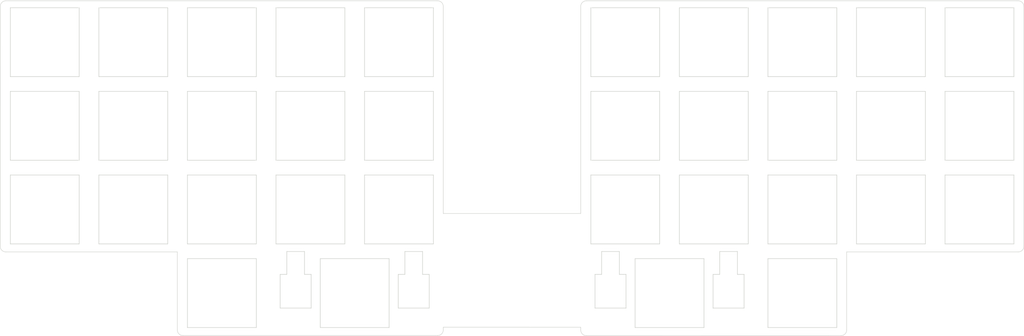
<source format=kicad_pcb>
(kicad_pcb (version 20221018) (generator pcbnew)
  (title_block (title "JACK34 choc key switch playe") (date "2023-08-29") (rev "0"))
  (layers (0 "F.Cu" signal) (31 "B.Cu" signal) (34 "B.Paste" user) (35 "F.Paste" user) (36 "B.SilkS" user "B.Silkscreen") (37 "F.SilkS" user "F.Silkscreen") (38 "B.Mask" user) (39 "F.Mask" user) (44 "Edge.Cuts" user))
  (net 0 "")
  (footprint "PCM_mbk:Choc-1u-cutout" (layer "F.Cu") (at 107.725 70.742)
    (fp_text reference "1u" hide)
    (fp_text value " " hide)
    (fp_line (start -7 -7) (end -7 7) (stroke (width 0.12)) (layer "Edge.Cuts"))
    (fp_line (start -7 7) (end 7 7) (stroke (width 0.12)) (layer "Edge.Cuts"))
    (fp_line (start 7 -7) (end -7 -7) (stroke (width 0.12)) (layer "Edge.Cuts"))
    (fp_line (start 7 7) (end 7 -7) (stroke (width 0.12)) (layer "Edge.Cuts"))
  )
  (footprint "PCM_mbk:Choc-1u-cutout" (layer "F.Cu") (at 89.725 104.742)
    (fp_text reference "1u" hide)
    (fp_text value " " hide)
    (fp_line (start -7 -7) (end -7 7) (stroke (width 0.12)) (layer "Edge.Cuts"))
    (fp_line (start -7 7) (end 7 7) (stroke (width 0.12)) (layer "Edge.Cuts"))
    (fp_line (start 7 -7) (end -7 -7) (stroke (width 0.12)) (layer "Edge.Cuts"))
    (fp_line (start 7 7) (end 7 -7) (stroke (width 0.12)) (layer "Edge.Cuts"))
  )
  (footprint "PCM_mbk:Choc-1u-cutout" (layer "F.Cu") (at 107.725 87.742)
    (fp_text reference "1u" hide)
    (fp_text value " " hide)
    (fp_line (start -7 -7) (end -7 7) (stroke (width 0.12)) (layer "Edge.Cuts"))
    (fp_line (start -7 7) (end 7 7) (stroke (width 0.12)) (layer "Edge.Cuts"))
    (fp_line (start 7 -7) (end -7 -7) (stroke (width 0.12)) (layer "Edge.Cuts"))
    (fp_line (start 7 7) (end 7 -7) (stroke (width 0.12)) (layer "Edge.Cuts"))
  )
  (footprint "PCM_mbk:Choc-1u-cutout" (layer "F.Cu") (at 71.725 70.742)
    (fp_text reference "1u" hide)
    (fp_text value " " hide)
    (fp_line (start -7 -7) (end -7 7) (stroke (width 0.12)) (layer "Edge.Cuts"))
    (fp_line (start -7 7) (end 7 7) (stroke (width 0.12)) (layer "Edge.Cuts"))
    (fp_line (start 7 -7) (end -7 -7) (stroke (width 0.12)) (layer "Edge.Cuts"))
    (fp_line (start 7 7) (end 7 -7) (stroke (width 0.12)) (layer "Edge.Cuts"))
  )
  (footprint "PCM_mbk:Choc-1u-cutout" (layer "F.Cu") (at 53.725 70.742)
    (fp_text reference "1u" hide)
    (fp_text value " " hide)
    (fp_line (start -7 -7) (end -7 7) (stroke (width 0.12)) (layer "Edge.Cuts"))
    (fp_line (start -7 7) (end 7 7) (stroke (width 0.12)) (layer "Edge.Cuts"))
    (fp_line (start 7 -7) (end -7 -7) (stroke (width 0.12)) (layer "Edge.Cuts"))
    (fp_line (start 7 7) (end 7 -7) (stroke (width 0.12)) (layer "Edge.Cuts"))
  )
  (footprint "PCM_mbk:Choc-1u-cutout" (layer "F.Cu") (at 53.725 104.742)
    (fp_text reference "1u" hide)
    (fp_text value " " hide)
    (fp_line (start -7 -7) (end -7 7) (stroke (width 0.12)) (layer "Edge.Cuts"))
    (fp_line (start -7 7) (end 7 7) (stroke (width 0.12)) (layer "Edge.Cuts"))
    (fp_line (start 7 -7) (end -7 -7) (stroke (width 0.12)) (layer "Edge.Cuts"))
    (fp_line (start 7 7) (end 7 -7) (stroke (width 0.12)) (layer "Edge.Cuts"))
  )
  (footprint "PCM_mbk:Choc-1u-cutout" (layer "F.Cu") (at 125.725 87.742)
    (fp_text reference "1u" hide)
    (fp_text value " " hide)
    (fp_line (start -7 -7) (end -7 7) (stroke (width 0.12)) (layer "Edge.Cuts"))
    (fp_line (start -7 7) (end 7 7) (stroke (width 0.12)) (layer "Edge.Cuts"))
    (fp_line (start 7 -7) (end -7 -7) (stroke (width 0.12)) (layer "Edge.Cuts"))
    (fp_line (start 7 7) (end 7 -7) (stroke (width 0.12)) (layer "Edge.Cuts"))
  )
  (footprint "PCM_mbk:Choc-1u-cutout" (layer "F.Cu") (at 125.725 104.742)
    (fp_text reference "1u" hide)
    (fp_text value " " hide)
    (fp_line (start -7 -7) (end -7 7) (stroke (width 0.12)) (layer "Edge.Cuts"))
    (fp_line (start -7 7) (end 7 7) (stroke (width 0.12)) (layer "Edge.Cuts"))
    (fp_line (start 7 -7) (end -7 -7) (stroke (width 0.12)) (layer "Edge.Cuts"))
    (fp_line (start 7 7) (end 7 -7) (stroke (width 0.12)) (layer "Edge.Cuts"))
  )
  (footprint "PCM_mbk:Choc-1u-cutout" (layer "F.Cu") (at 71.725 104.742)
    (fp_text reference "1u" hide)
    (fp_text value " " hide)
    (fp_line (start -7 -7) (end -7 7) (stroke (width 0.12)) (layer "Edge.Cuts"))
    (fp_line (start -7 7) (end 7 7) (stroke (width 0.12)) (layer "Edge.Cuts"))
    (fp_line (start 7 -7) (end -7 -7) (stroke (width 0.12)) (layer "Edge.Cuts"))
    (fp_line (start 7 7) (end 7 -7) (stroke (width 0.12)) (layer "Edge.Cuts"))
  )
  (footprint "PCM_mbk:Choc-1u-cutout" (layer "F.Cu") (at 89.725 121.742)
    (fp_text reference "1u" hide)
    (fp_text value " " hide)
    (fp_line (start -7 -7) (end -7 7) (stroke (width 0.12)) (layer "Edge.Cuts"))
    (fp_line (start -7 7) (end 7 7) (stroke (width 0.12)) (layer "Edge.Cuts"))
    (fp_line (start 7 -7) (end -7 -7) (stroke (width 0.12)) (layer "Edge.Cuts"))
    (fp_line (start 7 7) (end 7 -7) (stroke (width 0.12)) (layer "Edge.Cuts"))
  )
  (footprint "PCM_mbk:Choc-1u-cutout" (layer "F.Cu") (at 53.725 87.742)
    (fp_text reference "1u" hide)
    (fp_text value " " hide)
    (fp_line (start -7 -7) (end -7 7) (stroke (width 0.12)) (layer "Edge.Cuts"))
    (fp_line (start -7 7) (end 7 7) (stroke (width 0.12)) (layer "Edge.Cuts"))
    (fp_line (start 7 -7) (end -7 -7) (stroke (width 0.12)) (layer "Edge.Cuts"))
    (fp_line (start 7 7) (end 7 -7) (stroke (width 0.12)) (layer "Edge.Cuts"))
  )
  (footprint "PCM_mbk:Choc-1u-cutout" (layer "F.Cu") (at 89.725 70.742)
    (fp_text reference "1u" hide)
    (fp_text value " " hide)
    (fp_line (start -7 -7) (end -7 7) (stroke (width 0.12)) (layer "Edge.Cuts"))
    (fp_line (start -7 7) (end 7 7) (stroke (width 0.12)) (layer "Edge.Cuts"))
    (fp_line (start 7 -7) (end -7 -7) (stroke (width 0.12)) (layer "Edge.Cuts"))
    (fp_line (start 7 7) (end 7 -7) (stroke (width 0.12)) (layer "Edge.Cuts"))
  )
  (footprint "PCM_mbk:Choc-1u-cutout" (layer "F.Cu") (at 71.725 87.742)
    (fp_text reference "1u" hide)
    (fp_text value " " hide)
    (fp_line (start -7 -7) (end -7 7) (stroke (width 0.12)) (layer "Edge.Cuts"))
    (fp_line (start -7 7) (end 7 7) (stroke (width 0.12)) (layer "Edge.Cuts"))
    (fp_line (start 7 -7) (end -7 -7) (stroke (width 0.12)) (layer "Edge.Cuts"))
    (fp_line (start 7 7) (end 7 -7) (stroke (width 0.12)) (layer "Edge.Cuts"))
  )
  (footprint "PCM_mbk:Choc-2u-cutout" (layer "F.Cu") (at 116.725 121.742)
    (fp_text reference "2u" hide)
    (fp_text value " " hide)
    (fp_line (start -15.15 -3.8) (end -13.8 -3.8) (stroke (width 0.12)) (layer "Edge.Cuts"))
    (fp_line (start -15.15 3.05) (end -15.15 -3.8) (stroke (width 0.12)) (layer "Edge.Cuts"))
    (fp_line (start -15.15 3.05) (end -8.85 3.05) (stroke (width 0.12)) (layer "Edge.Cuts"))
    (fp_line (start -13.8 -8.45) (end -13.8 -3.8) (stroke (width 0.12)) (layer "Edge.Cuts"))
    (fp_line (start -13.8 -8.45) (end -10.2 -8.45) (stroke (width 0.12)) (layer "Edge.Cuts"))
    (fp_line (start -10.2 -8.45) (end -10.2 -3.8) (stroke (width 0.12)) (layer "Edge.Cuts"))
    (fp_line (start -10.2 -3.8) (end -8.85 -3.8) (stroke (width 0.12)) (layer "Edge.Cuts"))
    (fp_line (start -8.85 3.05) (end -8.85 -3.8) (stroke (width 0.12)) (layer "Edge.Cuts"))
    (fp_line (start -7 -7) (end -7 7) (stroke (width 0.12)) (layer "Edge.Cuts"))
    (fp_line (start -7 7) (end 7 7) (stroke (width 0.12)) (layer "Edge.Cuts"))
    (fp_line (start 7 -7) (end -7 -7) (stroke (width 0.12)) (layer "Edge.Cuts"))
    (fp_line (start 7 7) (end 7 -7) (stroke (width 0.12)) (layer "Edge.Cuts"))
    (fp_line (start 8.85 -3.8) (end 10.2 -3.8) (stroke (width 0.12)) (layer "Edge.Cuts"))
    (fp_line (start 8.85 3.05) (end 8.85 -3.8) (stroke (width 0.12)) (layer "Edge.Cuts"))
    (fp_line (start 8.85 3.05) (end 15.15 3.05) (stroke (width 0.12)) (layer "Edge.Cuts"))
    (fp_line (start 10.2 -8.45) (end 10.2 -3.8) (stroke (width 0.12)) (layer "Edge.Cuts"))
    (fp_line (start 10.2 -8.45) (end 13.8 -8.45) (stroke (width 0.12)) (layer "Edge.Cuts"))
    (fp_line (start 13.8 -8.45) (end 13.8 -3.8) (stroke (width 0.12)) (layer "Edge.Cuts"))
    (fp_line (start 13.8 -3.8) (end 15.15 -3.8) (stroke (width 0.12)) (layer "Edge.Cuts"))
    (fp_line (start 15.15 3.05) (end 15.15 -3.8) (stroke (width 0.12)) (layer "Edge.Cuts"))
  )
  (footprint "PCM_mbk:Choc-1u-cutout" (layer "F.Cu") (at 107.725 104.742)
    (fp_text reference "1u" hide)
    (fp_text value " " hide)
    (fp_line (start -7 -7) (end -7 7) (stroke (width 0.12)) (layer "Edge.Cuts"))
    (fp_line (start -7 7) (end 7 7) (stroke (width 0.12)) (layer "Edge.Cuts"))
    (fp_line (start 7 -7) (end -7 -7) (stroke (width 0.12)) (layer "Edge.Cuts"))
    (fp_line (start 7 7) (end 7 -7) (stroke (width 0.12)) (layer "Edge.Cuts"))
  )
  (footprint "PCM_mbk:Choc-1u-cutout" (layer "F.Cu") (at 125.725 70.742)
    (fp_text reference "1u" hide)
    (fp_text value " " hide)
    (fp_line (start -7 -7) (end -7 7) (stroke (width 0.12)) (layer "Edge.Cuts"))
    (fp_line (start -7 7) (end 7 7) (stroke (width 0.12)) (layer "Edge.Cuts"))
    (fp_line (start 7 -7) (end -7 -7) (stroke (width 0.12)) (layer "Edge.Cuts"))
    (fp_line (start 7 7) (end 7 -7) (stroke (width 0.12)) (layer "Edge.Cuts"))
  )
  (footprint "PCM_mbk:Choc-1u-cutout" (layer "F.Cu") (at 89.725 87.742)
    (fp_text reference "1u" hide)
    (fp_text value " " hide)
    (fp_line (start -7 -7) (end -7 7) (stroke (width 0.12)) (layer "Edge.Cuts"))
    (fp_line (start -7 7) (end 7 7) (stroke (width 0.12)) (layer "Edge.Cuts"))
    (fp_line (start 7 -7) (end -7 -7) (stroke (width 0.12)) (layer "Edge.Cuts"))
    (fp_line (start 7 7) (end 7 -7) (stroke (width 0.12)) (layer "Edge.Cuts"))
  )
  (footprint "PCM_mbk:Choc-1u-cutout" (layer "B.Cu") (at 225.725 70.742 180)
    (fp_text reference "1u" hide)
    (fp_text value " " hide)
    (fp_line (start -7 -7) (end 7 -7) (stroke (width 0.12)) (layer "Edge.Cuts"))
    (fp_line (start -7 7) (end -7 -7) (stroke (width 0.12)) (layer "Edge.Cuts"))
    (fp_line (start 7 -7) (end 7 7) (stroke (width 0.12)) (layer "Edge.Cuts"))
    (fp_line (start 7 7) (end -7 7) (stroke (width 0.12)) (layer "Edge.Cuts"))
  )
  (footprint "PCM_mbk:Choc-1u-cutout" (layer "B.Cu") (at 243.725 70.742 180)
    (fp_text reference "1u" hide)
    (fp_text value " " hide)
    (fp_line (start -7 -7) (end 7 -7) (stroke (width 0.12)) (layer "Edge.Cuts"))
    (fp_line (start -7 7) (end -7 -7) (stroke (width 0.12)) (layer "Edge.Cuts"))
    (fp_line (start 7 -7) (end 7 7) (stroke (width 0.12)) (layer "Edge.Cuts"))
    (fp_line (start 7 7) (end -7 7) (stroke (width 0.12)) (layer "Edge.Cuts"))
  )
  (footprint "PCM_mbk:Choc-1u-cutout" (layer "B.Cu") (at 207.725 121.742 180)
    (fp_text reference "1u" hide)
    (fp_text value " " hide)
    (fp_line (start -7 -7) (end 7 -7) (stroke (width 0.12)) (layer "Edge.Cuts"))
    (fp_line (start -7 7) (end -7 -7) (stroke (width 0.12)) (layer "Edge.Cuts"))
    (fp_line (start 7 -7) (end 7 7) (stroke (width 0.12)) (layer "Edge.Cuts"))
    (fp_line (start 7 7) (end -7 7) (stroke (width 0.12)) (layer "Edge.Cuts"))
  )
  (footprint "PCM_mbk:Choc-1u-cutout" (layer "B.Cu") (at 207.725 70.742 180)
    (fp_text reference "1u" hide)
    (fp_text value " " hide)
    (fp_line (start -7 -7) (end 7 -7) (stroke (width 0.12)) (layer "Edge.Cuts"))
    (fp_line (start -7 7) (end -7 -7) (stroke (width 0.12)) (layer "Edge.Cuts"))
    (fp_line (start 7 -7) (end 7 7) (stroke (width 0.12)) (layer "Edge.Cuts"))
    (fp_line (start 7 7) (end -7 7) (stroke (width 0.12)) (layer "Edge.Cuts"))
  )
  (footprint "PCM_mbk:Choc-1u-cutout" (layer "B.Cu") (at 189.725 87.742 180)
    (fp_text reference "1u" hide)
    (fp_text value " " hide)
    (fp_line (start -7 -7) (end 7 -7) (stroke (width 0.12)) (layer "Edge.Cuts"))
    (fp_line (start -7 7) (end -7 -7) (stroke (width 0.12)) (layer "Edge.Cuts"))
    (fp_line (start 7 -7) (end 7 7) (stroke (width 0.12)) (layer "Edge.Cuts"))
    (fp_line (start 7 7) (end -7 7) (stroke (width 0.12)) (layer "Edge.Cuts"))
  )
  (footprint "PCM_mbk:Choc-1u-cutout" (layer "B.Cu") (at 225.725 87.742 180)
    (fp_text reference "1u" hide)
    (fp_text value " " hide)
    (fp_line (start -7 -7) (end 7 -7) (stroke (width 0.12)) (layer "Edge.Cuts"))
    (fp_line (start -7 7) (end -7 -7) (stroke (width 0.12)) (layer "Edge.Cuts"))
    (fp_line (start 7 -7) (end 7 7) (stroke (width 0.12)) (layer "Edge.Cuts"))
    (fp_line (start 7 7) (end -7 7) (stroke (width 0.12)) (layer "Edge.Cuts"))
  )
  (footprint "PCM_mbk:Choc-1u-cutout" (layer "B.Cu") (at 207.725 87.742 180)
    (fp_text reference "1u" hide)
    (fp_text value " " hide)
    (fp_line (start -7 -7) (end 7 -7) (stroke (width 0.12)) (layer "Edge.Cuts"))
    (fp_line (start -7 7) (end -7 -7) (stroke (width 0.12)) (layer "Edge.Cuts"))
    (fp_line (start 7 -7) (end 7 7) (stroke (width 0.12)) (layer "Edge.Cuts"))
    (fp_line (start 7 7) (end -7 7) (stroke (width 0.12)) (layer "Edge.Cuts"))
  )
  (footprint "PCM_mbk:Choc-1u-cutout" (layer "B.Cu") (at 243.725 104.742 180)
    (fp_text reference "1u" hide)
    (fp_text value " " hide)
    (fp_line (start -7 -7) (end 7 -7) (stroke (width 0.12)) (layer "Edge.Cuts"))
    (fp_line (start -7 7) (end -7 -7) (stroke (width 0.12)) (layer "Edge.Cuts"))
    (fp_line (start 7 -7) (end 7 7) (stroke (width 0.12)) (layer "Edge.Cuts"))
    (fp_line (start 7 7) (end -7 7) (stroke (width 0.12)) (layer "Edge.Cuts"))
  )
  (footprint "PCM_mbk:Choc-1u-cutout" (layer "B.Cu") (at 189.725 104.742 180)
    (fp_text reference "1u" hide)
    (fp_text value " " hide)
    (fp_line (start -7 -7) (end 7 -7) (stroke (width 0.12)) (layer "Edge.Cuts"))
    (fp_line (start -7 7) (end -7 -7) (stroke (width 0.12)) (layer "Edge.Cuts"))
    (fp_line (start 7 -7) (end 7 7) (stroke (width 0.12)) (layer "Edge.Cuts"))
    (fp_line (start 7 7) (end -7 7) (stroke (width 0.12)) (layer "Edge.Cuts"))
  )
  (footprint "PCM_mbk:Choc-1u-cutout" (layer "B.Cu") (at 171.725 104.742 180)
    (fp_text reference "1u" hide)
    (fp_text value " " hide)
    (fp_line (start -7 -7) (end 7 -7) (stroke (width 0.12)) (layer "Edge.Cuts"))
    (fp_line (start -7 7) (end -7 -7) (stroke (width 0.12)) (layer "Edge.Cuts"))
    (fp_line (start 7 -7) (end 7 7) (stroke (width 0.12)) (layer "Edge.Cuts"))
    (fp_line (start 7 7) (end -7 7) (stroke (width 0.12)) (layer "Edge.Cuts"))
  )
  (footprint "PCM_mbk:Choc-1u-cutout" (layer "B.Cu") (at 207.725 104.742 180)
    (fp_text reference "1u" hide)
    (fp_text value " " hide)
    (fp_line (start -7 -7) (end 7 -7) (stroke (width 0.12)) (layer "Edge.Cuts"))
    (fp_line (start -7 7) (end -7 -7) (stroke (width 0.12)) (layer "Edge.Cuts"))
    (fp_line (start 7 -7) (end 7 7) (stroke (width 0.12)) (layer "Edge.Cuts"))
    (fp_line (start 7 7) (end -7 7) (stroke (width 0.12)) (layer "Edge.Cuts"))
  )
  (footprint "PCM_mbk:Choc-1u-cutout" (layer "B.Cu") (at 171.725 87.742 180)
    (fp_text reference "1u" hide)
    (fp_text value " " hide)
    (fp_line (start -7 -7) (end 7 -7) (stroke (width 0.12)) (layer "Edge.Cuts"))
    (fp_line (start -7 7) (end -7 -7) (stroke (width 0.12)) (layer "Edge.Cuts"))
    (fp_line (start 7 -7) (end 7 7) (stroke (width 0.12)) (layer "Edge.Cuts"))
    (fp_line (start 7 7) (end -7 7) (stroke (width 0.12)) (layer "Edge.Cuts"))
  )
  (footprint "PCM_mbk:Choc-1u-cutout" (layer "B.Cu") (at 225.725 104.742 180)
    (fp_text reference "1u" hide)
    (fp_text value " " hide)
    (fp_line (start -7 -7) (end 7 -7) (stroke (width 0.12)) (layer "Edge.Cuts"))
    (fp_line (start -7 7) (end -7 -7) (stroke (width 0.12)) (layer "Edge.Cuts"))
    (fp_line (start 7 -7) (end 7 7) (stroke (width 0.12)) (layer "Edge.Cuts"))
    (fp_line (start 7 7) (end -7 7) (stroke (width 0.12)) (layer "Edge.Cuts"))
  )
  (footprint "PCM_mbk:Choc-2u-cutout" (layer "B.Cu") (at 180.725 121.742 180)
    (fp_text reference "2u" hide)
    (fp_text value " " hide)
    (fp_line (start -15.15 -3.05) (end -15.15 3.8) (stroke (width 0.12)) (layer "Edge.Cuts"))
    (fp_line (start -15.15 -3.05) (end -8.85 -3.05) (stroke (width 0.12)) (layer "Edge.Cuts"))
    (fp_line (start -15.15 3.8) (end -13.8 3.8) (stroke (width 0.12)) (layer "Edge.Cuts"))
    (fp_line (start -13.8 8.45) (end -13.8 3.8) (stroke (width 0.12)) (layer "Edge.Cuts"))
    (fp_line (start -13.8 8.45) (end -10.2 8.45) (stroke (width 0.12)) (layer "Edge.Cuts"))
    (fp_line (start -10.2 3.8) (end -8.85 3.8) (stroke (width 0.12)) (layer "Edge.Cuts"))
    (fp_line (start -10.2 8.45) (end -10.2 3.8) (stroke (width 0.12)) (layer "Edge.Cuts"))
    (fp_line (start -8.85 -3.05) (end -8.85 3.8) (stroke (width 0.12)) (layer "Edge.Cuts"))
    (fp_line (start -7 -7) (end 7 -7) (stroke (width 0.12)) (layer "Edge.Cuts"))
    (fp_line (start -7 7) (end -7 -7) (stroke (width 0.12)) (layer "Edge.Cuts"))
    (fp_line (start 7 -7) (end 7 7) (stroke (width 0.12)) (layer "Edge.Cuts"))
    (fp_line (start 7 7) (end -7 7) (stroke (width 0.12)) (layer "Edge.Cuts"))
    (fp_line (start 8.85 -3.05) (end 8.85 3.8) (stroke (width 0.12)) (layer "Edge.Cuts"))
    (fp_line (start 8.85 -3.05) (end 15.15 -3.05) (stroke (width 0.12)) (layer "Edge.Cuts"))
    (fp_line (start 8.85 3.8) (end 10.2 3.8) (stroke (width 0.12)) (layer "Edge.Cuts"))
    (fp_line (start 10.2 8.45) (end 10.2 3.8) (stroke (width 0.12)) (layer "Edge.Cuts"))
    (fp_line (start 10.2 8.45) (end 13.8 8.45) (stroke (width 0.12)) (layer "Edge.Cuts"))
    (fp_line (start 13.8 3.8) (end 15.15 3.8) (stroke (width 0.12)) (layer "Edge.Cuts"))
    (fp_line (start 13.8 8.45) (end 13.8 3.8) (stroke (width 0.12)) (layer "Edge.Cuts"))
    (fp_line (start 15.15 -3.05) (end 15.15 3.8) (stroke (width 0.12)) (layer "Edge.Cuts"))
  )
  (footprint "PCM_mbk:Choc-1u-cutout" (layer "B.Cu") (at 171.725 70.742 180)
    (fp_text reference "1u" hide)
    (fp_text value " " hide)
    (fp_line (start -7 -7) (end 7 -7) (stroke (width 0.12)) (layer "Edge.Cuts"))
    (fp_line (start -7 7) (end -7 -7) (stroke (width 0.12)) (layer "Edge.Cuts"))
    (fp_line (start 7 -7) (end 7 7) (stroke (width 0.12)) (layer "Edge.Cuts"))
    (fp_line (start 7 7) (end -7 7) (stroke (width 0.12)) (layer "Edge.Cuts"))
  )
  (footprint "PCM_mbk:Choc-1u-cutout" (layer "B.Cu") (at 189.725 70.742 180)
    (fp_text reference "1u" hide)
    (fp_text value " " hide)
    (fp_line (start -7 -7) (end 7 -7) (stroke (width 0.12)) (layer "Edge.Cuts"))
    (fp_line (start -7 7) (end -7 -7) (stroke (width 0.12)) (layer "Edge.Cuts"))
    (fp_line (start 7 -7) (end 7 7) (stroke (width 0.12)) (layer "Edge.Cuts"))
    (fp_line (start 7 7) (end -7 7) (stroke (width 0.12)) (layer "Edge.Cuts"))
  )
  (footprint "PCM_mbk:Choc-1u-cutout" (layer "B.Cu") (at 243.725 87.742 180)
    (fp_text reference "1u" hide)
    (fp_text value " " hide)
    (fp_line (start -7 -7) (end 7 -7) (stroke (width 0.12)) (layer "Edge.Cuts"))
    (fp_line (start -7 7) (end -7 -7) (stroke (width 0.12)) (layer "Edge.Cuts"))
    (fp_line (start 7 -7) (end 7 7) (stroke (width 0.12)) (layer "Edge.Cuts"))
    (fp_line (start 7 7) (end -7 7) (stroke (width 0.12)) (layer "Edge.Cuts"))
  )
  (gr_line (start 216.726089 129.25156) (end 216.726384 113.373926) (stroke (width 0.1)) (layer "Edge.Cuts"))
  (gr_arc (start 44.678957 63.467851) (mid 45.010984 62.666586) (end 45.812278 62.334629) (stroke (width 0.1)) (layer "Edge.Cuts"))
  (gr_line (start 134.726065 128.6746) (end 162.677069 128.6776) (stroke (width 0.1)) (layer "Edge.Cuts"))
  (gr_line (start 134.725397 129.24264) (end 134.726065 128.6746) (stroke (width 0.1)) (layer "Edge.Cuts"))
  (gr_arc (start 162.674068 63.465667) (mid 163.006061 62.664324) (end 163.807406 62.332334) (stroke (width 0.1)) (layer "Edge.Cuts"))
  (gr_line (start 216.726384 113.373926) (end 251.617691 113.374619) (stroke (width 0.1)) (layer "Edge.Cuts"))
  (gr_line (start 252.751047 112.241263) (end 252.750091 63.465948) (stroke (width 0.1)) (layer "Edge.Cuts"))
  (gr_line (start 162.677069 128.6776) (end 162.677068 129.262073) (stroke (width 0.1)) (layer "Edge.Cuts"))
  (gr_arc (start 163.810632 130.395405) (mid 163.009101 130.063536) (end 162.677068 129.262073) (stroke (width 0.1)) (layer "Edge.Cuts"))
  (gr_line (start 44.678957 63.467851) (end 44.67419 112.241197) (stroke (width 0.1)) (layer "Edge.Cuts"))
  (gr_arc (start 81.80647 130.374642) (mid 81.005072 130.04266) (end 80.673138 129.241243) (stroke (width 0.1)) (layer "Edge.Cuts"))
  (gr_arc (start 251.616762 62.332638) (mid 252.418136 62.664579) (end 252.750091 63.465948) (stroke (width 0.1)) (layer "Edge.Cuts"))
  (gr_line (start 163.810632 130.395405) (end 215.592988 130.384871) (stroke (width 0.1)) (layer "Edge.Cuts"))
  (gr_arc (start 252.751047 112.241263) (mid 252.41917 113.042742) (end 251.617691 113.374619) (stroke (width 0.1)) (layer "Edge.Cuts"))
  (gr_line (start 45.807523 113.374642) (end 80.674069 113.374642) (stroke (width 0.1)) (layer "Edge.Cuts"))
  (gr_arc (start 134.725397 129.24264) (mid 134.39299 130.043175) (end 133.592065 130.374642) (stroke (width 0.1)) (layer "Edge.Cuts"))
  (gr_line (start 162.674068 63.465667) (end 162.674068 105.563655) (stroke (width 0.1)) (layer "Edge.Cuts"))
  (gr_arc (start 216.726089 129.25156) (mid 216.394269 130.052902) (end 215.592988 130.384871) (stroke (width 0.1)) (layer "Edge.Cuts"))
  (gr_line (start 251.616762 62.332638) (end 163.807406 62.332334) (stroke (width 0.1)) (layer "Edge.Cuts"))
  (gr_line (start 134.724847 105.563655) (end 134.724847 63.466359) (stroke (width 0.1)) (layer "Edge.Cuts"))
  (gr_arc (start 45.807523 113.374642) (mid 45.006103 113.04265) (end 44.67419 112.241197) (stroke (width 0.1)) (layer "Edge.Cuts"))
  (gr_arc (start 133.591501 62.333655) (mid 134.39267 62.665378) (end 134.724847 63.466359) (stroke (width 0.1)) (layer "Edge.Cuts"))
  (gr_line (start 162.673501 105.563655) (end 134.724501 105.563655) (stroke (width 0.1)) (layer "Edge.Cuts"))
  (gr_line (start 133.591501 62.333655) (end 45.812278 62.334629) (stroke (width 0.1)) (layer "Edge.Cuts"))
  (gr_line (start 81.80647 130.374642) (end 133.592065 130.374642) (stroke (width 0.1)) (layer "Edge.Cuts"))
  (gr_line (start 80.674069 113.374642) (end 80.673138 129.241243) (stroke (width 0.1)) (layer "Edge.Cuts"))
)
</source>
